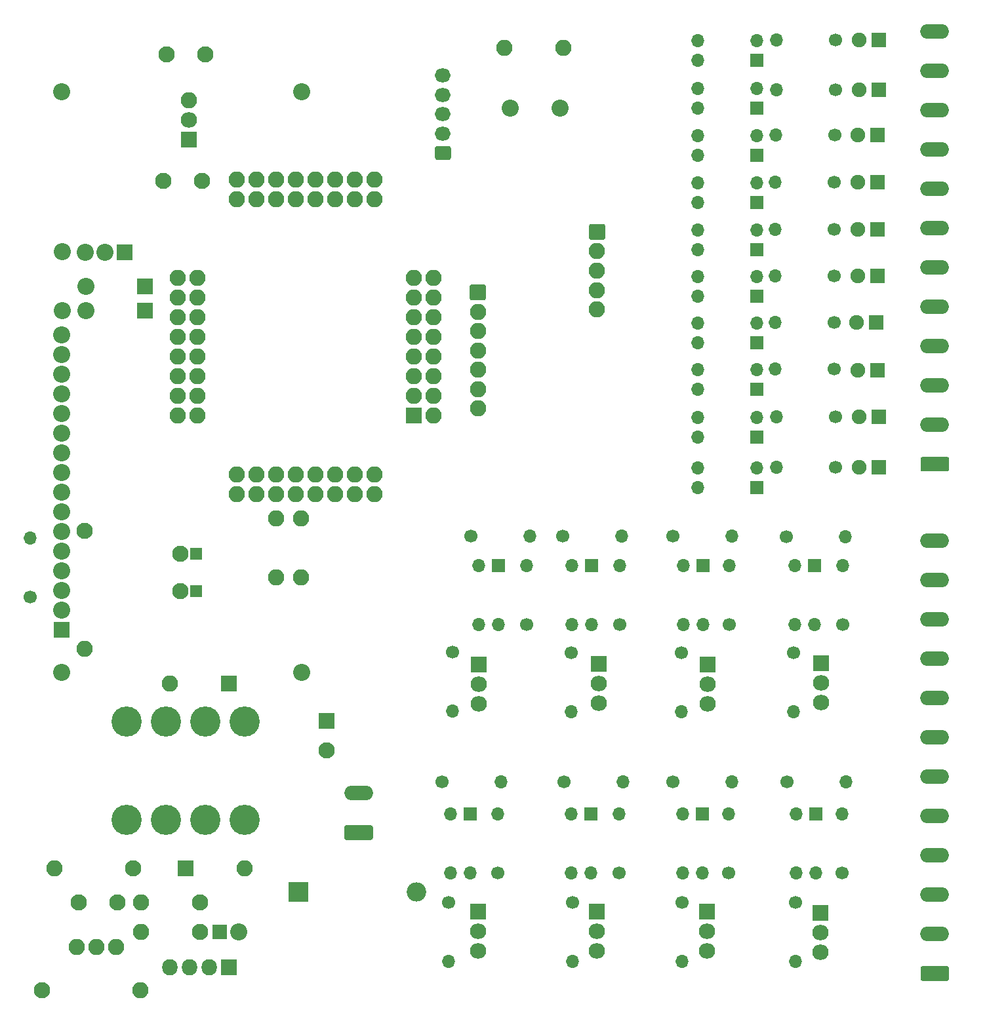
<source format=gbr>
%TF.GenerationSoftware,KiCad,Pcbnew,(5.1.6)-1*%
%TF.CreationDate,2021-03-07T00:25:50+06:00*%
%TF.ProjectId,Cabinate,43616269-6e61-4746-952e-6b696361645f,rev?*%
%TF.SameCoordinates,Original*%
%TF.FileFunction,Soldermask,Top*%
%TF.FilePolarity,Negative*%
%FSLAX46Y46*%
G04 Gerber Fmt 4.6, Leading zero omitted, Abs format (unit mm)*
G04 Created by KiCad (PCBNEW (5.1.6)-1) date 2021-03-07 00:25:50*
%MOMM*%
%LPD*%
G01*
G04 APERTURE LIST*
%ADD10O,1.700000X1.700000*%
%ADD11R,1.700000X1.700000*%
%ADD12C,1.700000*%
%ADD13C,1.900000*%
%ADD14R,1.900000X1.900000*%
%ADD15O,3.700000X1.900000*%
%ADD16C,2.100000*%
%ADD17R,2.100000X2.100000*%
%ADD18O,2.100000X2.005000*%
%ADD19R,2.100000X2.005000*%
%ADD20O,2.100000X2.100000*%
%ADD21O,2.050000X1.800000*%
%ADD22O,2.500000X2.500000*%
%ADD23R,2.500000X2.500000*%
%ADD24C,2.203200*%
%ADD25R,2.082800X2.082800*%
%ADD26R,1.600000X1.600000*%
%ADD27R,1.854200X1.854200*%
%ADD28C,3.910000*%
%ADD29O,2.005000X2.100000*%
%ADD30R,2.005000X2.100000*%
G04 APERTURE END LIST*
D10*
%TO.C,U21*%
X161380000Y-38800000D03*
X169000000Y-36260000D03*
X161380000Y-36260000D03*
D11*
X169000000Y-38800000D03*
%TD*%
D10*
%TO.C,R46*%
X171580000Y-36200000D03*
D12*
X179200000Y-36200000D03*
%TD*%
D13*
%TO.C,D13*%
X182200000Y-36200000D03*
D14*
X184740000Y-36200000D03*
%TD*%
D10*
%TO.C,U20*%
X161380000Y-57200000D03*
X169000000Y-54660000D03*
X161380000Y-54660000D03*
D11*
X169000000Y-57200000D03*
%TD*%
D10*
%TO.C,U19*%
X161380000Y-51100000D03*
X169000000Y-48560000D03*
X161380000Y-48560000D03*
D11*
X169000000Y-51100000D03*
%TD*%
D10*
%TO.C,U18*%
X161380000Y-45000000D03*
X169000000Y-42460000D03*
X161380000Y-42460000D03*
D11*
X169000000Y-45000000D03*
%TD*%
D10*
%TO.C,R45*%
X171380000Y-54600000D03*
D12*
X179000000Y-54600000D03*
%TD*%
D10*
%TO.C,R44*%
X171480000Y-48500000D03*
D12*
X179100000Y-48500000D03*
%TD*%
D10*
%TO.C,R43*%
X171580000Y-42600000D03*
D12*
X179200000Y-42600000D03*
%TD*%
D13*
%TO.C,D12*%
X182060000Y-54600000D03*
D14*
X184600000Y-54600000D03*
%TD*%
D13*
%TO.C,D11*%
X182060000Y-48500000D03*
D14*
X184600000Y-48500000D03*
%TD*%
D13*
%TO.C,D10*%
X182260000Y-42600000D03*
D14*
X184800000Y-42600000D03*
%TD*%
D10*
%TO.C,U17*%
X161380000Y-94000000D03*
X169000000Y-91460000D03*
X161380000Y-91460000D03*
D11*
X169000000Y-94000000D03*
%TD*%
D10*
%TO.C,R42*%
X171580000Y-91400000D03*
D12*
X179200000Y-91400000D03*
%TD*%
D13*
%TO.C,D4*%
X182260000Y-91400000D03*
D14*
X184800000Y-91400000D03*
%TD*%
D15*
%TO.C,J3*%
X117600000Y-133520000D03*
G36*
G01*
X119186111Y-139550000D02*
X116013889Y-139550000D01*
G75*
G02*
X115750000Y-139286111I0J263889D01*
G01*
X115750000Y-137913889D01*
G75*
G02*
X116013889Y-137650000I263889J0D01*
G01*
X119186111Y-137650000D01*
G75*
G02*
X119450000Y-137913889I0J-263889D01*
G01*
X119450000Y-139286111D01*
G75*
G02*
X119186111Y-139550000I-263889J0D01*
G01*
G37*
%TD*%
D16*
%TO.C,C3*%
X113500000Y-128000000D03*
D17*
X113500000Y-124200000D03*
%TD*%
D10*
%TO.C,U16*%
X176500000Y-111720000D03*
X173960000Y-104100000D03*
X173960000Y-111720000D03*
D11*
X176500000Y-104100000D03*
%TD*%
D10*
%TO.C,U15*%
X162040000Y-111720000D03*
X159500000Y-104100000D03*
X159500000Y-111720000D03*
D11*
X162040000Y-104100000D03*
%TD*%
D10*
%TO.C,U14*%
X147700000Y-111720000D03*
X145160000Y-104100000D03*
X145160000Y-111720000D03*
D11*
X147700000Y-104100000D03*
%TD*%
D10*
%TO.C,U2*%
X135700000Y-111720000D03*
X133160000Y-104100000D03*
X133160000Y-111720000D03*
D11*
X135700000Y-104100000D03*
%TD*%
D10*
%TO.C,R41*%
X180100000Y-104080000D03*
D12*
X180100000Y-111700000D03*
%TD*%
D10*
%TO.C,R40*%
X180420000Y-100400000D03*
D12*
X172800000Y-100400000D03*
%TD*%
D10*
%TO.C,R39*%
X173800000Y-123020000D03*
D12*
X173800000Y-115400000D03*
%TD*%
D10*
%TO.C,R38*%
X165500000Y-104080000D03*
D12*
X165500000Y-111700000D03*
%TD*%
D10*
%TO.C,R37*%
X165820000Y-100300000D03*
D12*
X158200000Y-100300000D03*
%TD*%
D10*
%TO.C,R36*%
X159300000Y-123020000D03*
D12*
X159300000Y-115400000D03*
%TD*%
D10*
%TO.C,R35*%
X151300000Y-104080000D03*
D12*
X151300000Y-111700000D03*
%TD*%
D10*
%TO.C,R34*%
X151620000Y-100300000D03*
D12*
X144000000Y-100300000D03*
%TD*%
D10*
%TO.C,R33*%
X145100000Y-123020000D03*
D12*
X145100000Y-115400000D03*
%TD*%
D10*
%TO.C,R32*%
X139300000Y-104080000D03*
D12*
X139300000Y-111700000D03*
%TD*%
D10*
%TO.C,R31*%
X139720000Y-100300000D03*
D12*
X132100000Y-100300000D03*
%TD*%
D10*
%TO.C,R30*%
X129700000Y-122920000D03*
D12*
X129700000Y-115300000D03*
%TD*%
D18*
%TO.C,Q9*%
X177300000Y-121780000D03*
X177300000Y-119240000D03*
D19*
X177300000Y-116700000D03*
%TD*%
D18*
%TO.C,Q8*%
X162700000Y-121980000D03*
X162700000Y-119440000D03*
D19*
X162700000Y-116900000D03*
%TD*%
D18*
%TO.C,Q7*%
X148600000Y-121880000D03*
X148600000Y-119340000D03*
D19*
X148600000Y-116800000D03*
%TD*%
D18*
%TO.C,Q6*%
X133100000Y-121980000D03*
X133100000Y-119440000D03*
D19*
X133100000Y-116900000D03*
%TD*%
D20*
%TO.C,J5*%
X148400000Y-71000000D03*
X148400000Y-68500000D03*
X148400000Y-66000000D03*
X148400000Y-63500000D03*
G36*
G01*
X147658700Y-59950000D02*
X149141300Y-59950000D01*
G75*
G02*
X149450000Y-60258700I0J-308700D01*
G01*
X149450000Y-61741300D01*
G75*
G02*
X149141300Y-62050000I-308700J0D01*
G01*
X147658700Y-62050000D01*
G75*
G02*
X147350000Y-61741300I0J308700D01*
G01*
X147350000Y-60258700D01*
G75*
G02*
X147658700Y-59950000I308700J0D01*
G01*
G37*
%TD*%
D10*
%TO.C,R29*%
X174000000Y-155220000D03*
D12*
X174000000Y-147600000D03*
%TD*%
D10*
%TO.C,R28*%
X159400000Y-155220000D03*
D12*
X159400000Y-147600000D03*
%TD*%
D10*
%TO.C,R27*%
X145200000Y-155220000D03*
D12*
X145200000Y-147600000D03*
%TD*%
D10*
%TO.C,R26*%
X129200000Y-155220000D03*
D12*
X129200000Y-147600000D03*
%TD*%
D10*
%TO.C,U13*%
X176600000Y-143820000D03*
X174060000Y-136200000D03*
X174060000Y-143820000D03*
D11*
X176600000Y-136200000D03*
%TD*%
D10*
%TO.C,R24*%
X180000000Y-136180000D03*
D12*
X180000000Y-143800000D03*
%TD*%
D10*
%TO.C,R23*%
X180520000Y-132000000D03*
D12*
X172900000Y-132000000D03*
%TD*%
D10*
%TO.C,U12*%
X162000000Y-143820000D03*
X159460000Y-136200000D03*
X159460000Y-143820000D03*
D11*
X162000000Y-136200000D03*
%TD*%
D10*
%TO.C,R18*%
X165400000Y-136180000D03*
D12*
X165400000Y-143800000D03*
%TD*%
D10*
%TO.C,R17*%
X165820000Y-132000000D03*
D12*
X158200000Y-132000000D03*
%TD*%
D10*
%TO.C,U11*%
X147600000Y-143820000D03*
X145060000Y-136200000D03*
X145060000Y-143820000D03*
D11*
X147600000Y-136200000D03*
%TD*%
D10*
%TO.C,R16*%
X151200000Y-136180000D03*
D12*
X151200000Y-143800000D03*
%TD*%
D10*
%TO.C,R15*%
X151720000Y-132000000D03*
D12*
X144100000Y-132000000D03*
%TD*%
D18*
%TO.C,Q4*%
X133000000Y-153880000D03*
X133000000Y-151340000D03*
D19*
X133000000Y-148800000D03*
%TD*%
D10*
%TO.C,R14*%
X135600000Y-136180000D03*
D12*
X135600000Y-143800000D03*
%TD*%
D10*
%TO.C,U10*%
X132000000Y-143820000D03*
X129460000Y-136200000D03*
X129460000Y-143820000D03*
D11*
X132000000Y-136200000D03*
%TD*%
D10*
%TO.C,R10*%
X136020000Y-132000000D03*
D12*
X128400000Y-132000000D03*
%TD*%
D18*
%TO.C,Q3*%
X162600000Y-153880000D03*
X162600000Y-151340000D03*
D19*
X162600000Y-148800000D03*
%TD*%
D18*
%TO.C,Q2*%
X148400000Y-153880000D03*
X148400000Y-151340000D03*
D19*
X148400000Y-148800000D03*
%TD*%
D18*
%TO.C,Q1*%
X177200000Y-154080000D03*
X177200000Y-151540000D03*
D19*
X177200000Y-149000000D03*
%TD*%
D10*
%TO.C,U9*%
X161380000Y-87500000D03*
X169000000Y-84960000D03*
X161380000Y-84960000D03*
D11*
X169000000Y-87500000D03*
%TD*%
D10*
%TO.C,R9*%
X171580000Y-84900000D03*
D12*
X179200000Y-84900000D03*
%TD*%
D13*
%TO.C,D9*%
X182260000Y-84900000D03*
D14*
X184800000Y-84900000D03*
%TD*%
D21*
%TO.C,J7*%
X128500000Y-40800000D03*
X128500000Y-43300000D03*
X128500000Y-45800000D03*
X128500000Y-48300000D03*
G36*
G01*
X129260294Y-51700000D02*
X127739706Y-51700000D01*
G75*
G02*
X127475000Y-51435294I0J264706D01*
G01*
X127475000Y-50164706D01*
G75*
G02*
X127739706Y-49900000I264706J0D01*
G01*
X129260294Y-49900000D01*
G75*
G02*
X129525000Y-50164706I0J-264706D01*
G01*
X129525000Y-51435294D01*
G75*
G02*
X129260294Y-51700000I-264706J0D01*
G01*
G37*
%TD*%
D22*
%TO.C,D2*%
X125040000Y-146300000D03*
D23*
X109800000Y-146300000D03*
%TD*%
D13*
%TO.C,D8*%
X182060000Y-78900000D03*
D14*
X184600000Y-78900000D03*
%TD*%
D13*
%TO.C,D7*%
X181860000Y-72700000D03*
D14*
X184400000Y-72700000D03*
%TD*%
D13*
%TO.C,D6*%
X182060000Y-66700000D03*
D14*
X184600000Y-66700000D03*
%TD*%
D10*
%TO.C,R8*%
X171380000Y-78700000D03*
D12*
X179000000Y-78700000D03*
%TD*%
D10*
%TO.C,R7*%
X171380000Y-72700000D03*
D12*
X179000000Y-72700000D03*
%TD*%
D10*
%TO.C,R6*%
X171380000Y-66700000D03*
D12*
X179000000Y-66700000D03*
%TD*%
D10*
%TO.C,R5*%
X171380000Y-60700000D03*
D12*
X179000000Y-60700000D03*
%TD*%
D13*
%TO.C,D5*%
X182060000Y-60700000D03*
D14*
X184600000Y-60700000D03*
%TD*%
D10*
%TO.C,U8*%
X161380000Y-81300000D03*
X169000000Y-78760000D03*
X161380000Y-78760000D03*
D11*
X169000000Y-81300000D03*
%TD*%
D10*
%TO.C,U7*%
X161380000Y-75300000D03*
X169000000Y-72760000D03*
X161380000Y-72760000D03*
D11*
X169000000Y-75300000D03*
%TD*%
D10*
%TO.C,U5*%
X161380000Y-69300000D03*
X169000000Y-66760000D03*
X161380000Y-66760000D03*
D11*
X169000000Y-69300000D03*
%TD*%
D10*
%TO.C,U4*%
X161380000Y-63300000D03*
X169000000Y-60760000D03*
X161380000Y-60760000D03*
D11*
X169000000Y-63300000D03*
%TD*%
D20*
%TO.C,R25*%
X82200000Y-114840000D03*
D16*
X82200000Y-99600000D03*
%TD*%
D24*
%TO.C,LCD1*%
X110299080Y-42901980D03*
X79300920Y-42901980D03*
X110299080Y-117898020D03*
X79300920Y-117898020D03*
X79300920Y-74301460D03*
X79300920Y-76841460D03*
X79300920Y-79381460D03*
X79300920Y-81918920D03*
X79300920Y-84458920D03*
X79300920Y-86998920D03*
X79300920Y-89538920D03*
X79300920Y-92078920D03*
X79300920Y-94618920D03*
X79300920Y-97158920D03*
X79300920Y-99698920D03*
X79300920Y-102238920D03*
X79300920Y-104778920D03*
X79300920Y-107318920D03*
X79300920Y-109858920D03*
D25*
X79300920Y-112398920D03*
%TD*%
D20*
%TO.C,J4*%
X133000000Y-83800000D03*
X133000000Y-81300000D03*
X133000000Y-78800000D03*
X133000000Y-76300000D03*
X133000000Y-73800000D03*
X133000000Y-71300000D03*
G36*
G01*
X132258700Y-67750000D02*
X133741300Y-67750000D01*
G75*
G02*
X134050000Y-68058700I0J-308700D01*
G01*
X134050000Y-69541300D01*
G75*
G02*
X133741300Y-69850000I-308700J0D01*
G01*
X132258700Y-69850000D01*
G75*
G02*
X131950000Y-69541300I0J308700D01*
G01*
X131950000Y-68058700D01*
G75*
G02*
X132258700Y-67750000I308700J0D01*
G01*
G37*
%TD*%
D17*
%TO.C,R22*%
X90020000Y-71200000D03*
D24*
X82400000Y-71200000D03*
%TD*%
%TO.C,R21*%
X79400000Y-63580000D03*
X79400000Y-71200000D03*
%TD*%
D17*
%TO.C,R20*%
X90020000Y-68000000D03*
D24*
X82400000Y-68000000D03*
%TD*%
D17*
%TO.C,Q5*%
X87400000Y-63600000D03*
D24*
X82320000Y-63600000D03*
X84860000Y-63600000D03*
%TD*%
D16*
%TO.C,C7*%
X92800000Y-38100000D03*
X97800000Y-38100000D03*
%TD*%
%TO.C,C6*%
X92400000Y-54400000D03*
X97400000Y-54400000D03*
%TD*%
D20*
%TO.C,U6*%
X95700000Y-44010000D03*
D18*
X95700000Y-46550000D03*
D19*
X95700000Y-49090000D03*
%TD*%
D20*
%TO.C,R19*%
X110200000Y-105620000D03*
X110200000Y-98000000D03*
%TD*%
D16*
%TO.C,C5*%
X94600000Y-107400000D03*
D26*
X96600000Y-107400000D03*
%TD*%
D20*
%TO.C,R13*%
X107000000Y-105620000D03*
X107000000Y-98000000D03*
%TD*%
D16*
%TO.C,C4*%
X94600000Y-102600000D03*
D26*
X96600000Y-102600000D03*
%TD*%
D20*
%TO.C,R12*%
X144020000Y-37200000D03*
X136400000Y-37200000D03*
%TD*%
D24*
%TO.C,LS1*%
X137151340Y-45000000D03*
X143648660Y-45000000D03*
%TD*%
D10*
%TO.C,R11*%
X75200000Y-100580000D03*
D12*
X75200000Y-108200000D03*
%TD*%
D20*
%TO.C,R4*%
X89480000Y-147600000D03*
D16*
X97100000Y-147600000D03*
%TD*%
D20*
%TO.C,RV1*%
X81220000Y-153400000D03*
X83760000Y-153400000D03*
X86300000Y-153400000D03*
%TD*%
%TO.C,D3*%
X93280000Y-119300000D03*
D17*
X100900000Y-119300000D03*
%TD*%
D20*
%TO.C,R3*%
X89400000Y-159000000D03*
D16*
X76700000Y-159000000D03*
%TD*%
D20*
%TO.C,R2*%
X89480000Y-151400000D03*
D16*
X97100000Y-151400000D03*
%TD*%
D24*
%TO.C,C2*%
X102149680Y-151400000D03*
D27*
X99650320Y-151400000D03*
%TD*%
D20*
%TO.C,R1*%
X78340000Y-143200000D03*
D16*
X88500000Y-143200000D03*
%TD*%
D15*
%TO.C,J2*%
X192000000Y-35120000D03*
X192000000Y-40200000D03*
X192000000Y-45280000D03*
X192000000Y-50360000D03*
X192000000Y-55440000D03*
X192000000Y-60520000D03*
X192000000Y-65600000D03*
X192000000Y-70680000D03*
X192000000Y-75760000D03*
X192000000Y-80840000D03*
X192000000Y-85920000D03*
G36*
G01*
X193586111Y-91950000D02*
X190413889Y-91950000D01*
G75*
G02*
X190150000Y-91686111I0J263889D01*
G01*
X190150000Y-90313889D01*
G75*
G02*
X190413889Y-90050000I263889J0D01*
G01*
X193586111Y-90050000D01*
G75*
G02*
X193850000Y-90313889I0J-263889D01*
G01*
X193850000Y-91686111D01*
G75*
G02*
X193586111Y-91950000I-263889J0D01*
G01*
G37*
%TD*%
%TO.C,J1*%
X192000000Y-100920000D03*
X192000000Y-106000000D03*
X192000000Y-111080000D03*
X192000000Y-116160000D03*
X192000000Y-121240000D03*
X192000000Y-126320000D03*
X192000000Y-131400000D03*
X192000000Y-136480000D03*
X192000000Y-141560000D03*
X192000000Y-146640000D03*
X192000000Y-151720000D03*
G36*
G01*
X193586111Y-157750000D02*
X190413889Y-157750000D01*
G75*
G02*
X190150000Y-157486111I0J263889D01*
G01*
X190150000Y-156113889D01*
G75*
G02*
X190413889Y-155850000I263889J0D01*
G01*
X193586111Y-155850000D01*
G75*
G02*
X193850000Y-156113889I0J-263889D01*
G01*
X193850000Y-157486111D01*
G75*
G02*
X193586111Y-157750000I-263889J0D01*
G01*
G37*
%TD*%
D20*
%TO.C,D1*%
X102920000Y-143200000D03*
D17*
X95300000Y-143200000D03*
%TD*%
D16*
%TO.C,C1*%
X86500000Y-147600000D03*
X81500000Y-147600000D03*
%TD*%
D28*
%TO.C,TX1*%
X102920000Y-124250000D03*
X102920000Y-136950000D03*
X87680000Y-124250000D03*
X87680000Y-136950000D03*
X97840000Y-124250000D03*
X97840000Y-136950000D03*
X92760000Y-124250000D03*
X92760000Y-136950000D03*
%TD*%
D29*
%TO.C,U3*%
X93280000Y-156000000D03*
X95820000Y-156000000D03*
X98360000Y-156000000D03*
D30*
X100900000Y-156000000D03*
%TD*%
D20*
%TO.C,U1*%
X109460000Y-94830000D03*
X119620000Y-92290000D03*
X119620000Y-94830000D03*
X117080000Y-92290000D03*
X117080000Y-94830000D03*
X114540000Y-92290000D03*
X114540000Y-94830000D03*
X112000000Y-92290000D03*
X112000000Y-94830000D03*
X109460000Y-92290000D03*
X106920000Y-92290000D03*
X106920000Y-94830000D03*
X104380000Y-94830000D03*
X101840000Y-92290000D03*
X101840000Y-94830000D03*
X104380000Y-92290000D03*
X94220000Y-66890000D03*
X96760000Y-66890000D03*
X94220000Y-69430000D03*
X96760000Y-69430000D03*
X94220000Y-71970000D03*
X96760000Y-71970000D03*
X94220000Y-74510000D03*
X96760000Y-74510000D03*
X94220000Y-77050000D03*
X96760000Y-77050000D03*
X94220000Y-79590000D03*
X96760000Y-79590000D03*
X94220000Y-82130000D03*
X96760000Y-82130000D03*
X94220000Y-84670000D03*
X96760000Y-84670000D03*
X127240000Y-84670000D03*
D17*
X124700000Y-84670000D03*
D20*
X127240000Y-82130000D03*
X124700000Y-82130000D03*
X127240000Y-79590000D03*
X124700000Y-79590000D03*
X127240000Y-77050000D03*
X124700000Y-77050000D03*
X127240000Y-74510000D03*
X124700000Y-74510000D03*
X127240000Y-71970000D03*
X124700000Y-71970000D03*
X127240000Y-69430000D03*
X124700000Y-69430000D03*
X127240000Y-66890000D03*
X124700000Y-66890000D03*
X104380000Y-54190000D03*
X101840000Y-56730000D03*
X101840000Y-54190000D03*
X104380000Y-56730000D03*
X106920000Y-56730000D03*
X106920000Y-54190000D03*
X109460000Y-56730000D03*
X109460000Y-54190000D03*
X112000000Y-56730000D03*
X112000000Y-54190000D03*
X114540000Y-56730000D03*
X114540000Y-54190000D03*
X117080000Y-56730000D03*
X117080000Y-54190000D03*
X119620000Y-56730000D03*
X119620000Y-54190000D03*
%TD*%
M02*

</source>
